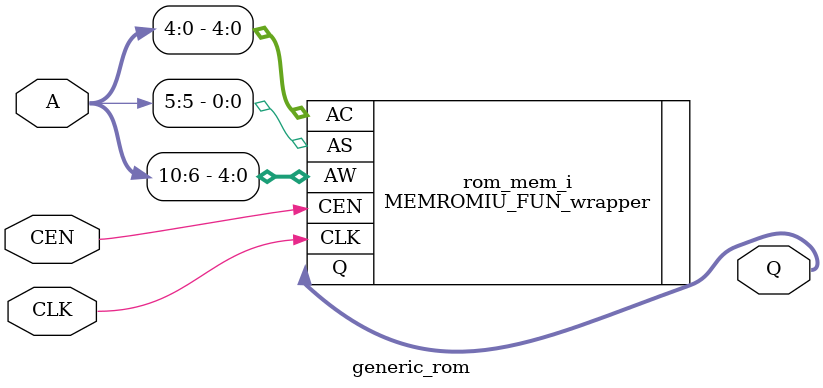
<source format=sv>

module generic_rom
#(
  parameter ADDR_WIDTH = 11,
  parameter DATA_WIDTH = 32,
  parameter FILE_NAME  = "./boot/boot_code.cde"
)
(
  input  logic                  CLK,
  input  logic                  CEN,
  input  logic [ADDR_WIDTH-1:0] A,
  output logic [DATA_WIDTH-1:0] Q
);

   /*localparam   NUM_WORDS = 2**ADDR_WIDTH;

   logic [DATA_WIDTH-1:0] MEM [NUM_WORDS-1:0];
   logic [ADDR_WIDTH-1:0] A_Q;

   initial
   begin
     $readmemb(FILE_NAME, MEM);
   end

   always_ff @(posedge CLK)
   begin
     if (CEN == 1'b0)
        A_Q <= A;
   end

   assign Q = MEM[A_Q];*/

   MEMROMIU_FUN_wrapper rom_mem_i
         (
            .CLK   ( CLK       ),
            .AS    ( A[5]     ),
            .AW    ( A[10:6]   ),
            .AC    ( A[4:0]    ),
            .CEN   ( CEN       ),
            .Q     ( Q         )
         );


endmodule

</source>
